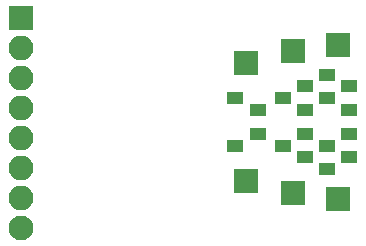
<source format=gbr>
G04 #@! TF.FileFunction,Soldermask,Bot*
%FSLAX46Y46*%
G04 Gerber Fmt 4.6, Leading zero omitted, Abs format (unit mm)*
G04 Created by KiCad (PCBNEW 4.0.7) date 05/04/18 14:25:58*
%MOMM*%
%LPD*%
G01*
G04 APERTURE LIST*
%ADD10C,0.150000*%
%ADD11C,2.100000*%
%ADD12O,2.100000X2.100000*%
%ADD13R,2.100000X2.100000*%
%ADD14R,1.400000X1.000000*%
G04 APERTURE END LIST*
D10*
D11*
X123952000Y-124460000D03*
D12*
X123952000Y-121920000D03*
X123952000Y-119380000D03*
X123952000Y-116840000D03*
X123952000Y-114300000D03*
X123952000Y-111760000D03*
X123952000Y-109220000D03*
D13*
X123952000Y-106680000D03*
X143000000Y-110500000D03*
X143000000Y-120500000D03*
X150750000Y-122000000D03*
X150750000Y-109000000D03*
X147000000Y-121500000D03*
D14*
X148000000Y-112500000D03*
X146100000Y-113500000D03*
X148000000Y-114500000D03*
X148000000Y-116500000D03*
X146100000Y-117500000D03*
X148000000Y-118500000D03*
D13*
X147000000Y-109500000D03*
D14*
X142100000Y-113500000D03*
X144000000Y-114500000D03*
X144000000Y-116500000D03*
X142100000Y-117500000D03*
X149850000Y-119500000D03*
X149850000Y-111500000D03*
X151750000Y-112500000D03*
X149850000Y-113500000D03*
X151750000Y-114500000D03*
X151750000Y-116500000D03*
X149850000Y-117500000D03*
X151750000Y-118500000D03*
M02*

</source>
